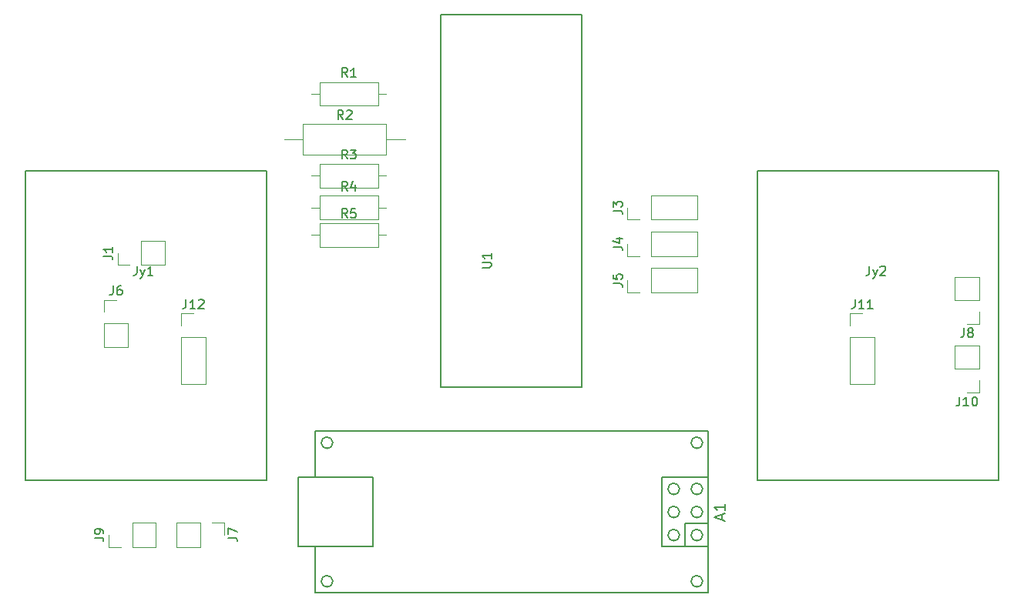
<source format=gbr>
G04 #@! TF.GenerationSoftware,KiCad,Pcbnew,(5.1.5)-3*
G04 #@! TF.CreationDate,2020-04-14T01:24:30+03:00*
G04 #@! TF.ProjectId,Transmitter,5472616e-736d-4697-9474-65722e6b6963,rev?*
G04 #@! TF.SameCoordinates,Original*
G04 #@! TF.FileFunction,Legend,Top*
G04 #@! TF.FilePolarity,Positive*
%FSLAX46Y46*%
G04 Gerber Fmt 4.6, Leading zero omitted, Abs format (unit mm)*
G04 Created by KiCad (PCBNEW (5.1.5)-3) date 2020-04-14 01:24:30*
%MOMM*%
%LPD*%
G04 APERTURE LIST*
%ADD10C,0.120000*%
%ADD11C,0.150000*%
G04 APERTURE END LIST*
D10*
X123370000Y-83690000D02*
X123370000Y-86310000D01*
X123370000Y-86310000D02*
X129790000Y-86310000D01*
X129790000Y-86310000D02*
X129790000Y-83690000D01*
X129790000Y-83690000D02*
X123370000Y-83690000D01*
X122480000Y-85000000D02*
X123370000Y-85000000D01*
X130680000Y-85000000D02*
X129790000Y-85000000D01*
X123370000Y-80690000D02*
X123370000Y-83310000D01*
X123370000Y-83310000D02*
X129790000Y-83310000D01*
X129790000Y-83310000D02*
X129790000Y-80690000D01*
X129790000Y-80690000D02*
X123370000Y-80690000D01*
X122480000Y-82000000D02*
X123370000Y-82000000D01*
X130680000Y-82000000D02*
X129790000Y-82000000D01*
X123370000Y-77190000D02*
X123370000Y-79810000D01*
X123370000Y-79810000D02*
X129790000Y-79810000D01*
X129790000Y-79810000D02*
X129790000Y-77190000D01*
X129790000Y-77190000D02*
X123370000Y-77190000D01*
X122480000Y-78500000D02*
X123370000Y-78500000D01*
X130680000Y-78500000D02*
X129790000Y-78500000D01*
D11*
X136700000Y-101800000D02*
X152200000Y-101800000D01*
X136700000Y-60800000D02*
X136700000Y-101800000D01*
X152200000Y-60800000D02*
X136700000Y-60800000D01*
X152200000Y-101800000D02*
X152200000Y-60800000D01*
D10*
X121560000Y-72840000D02*
X121560000Y-76160000D01*
X121560000Y-76160000D02*
X130680000Y-76160000D01*
X130680000Y-76160000D02*
X130680000Y-72840000D01*
X130680000Y-72840000D02*
X121560000Y-72840000D01*
X119480000Y-74500000D02*
X121560000Y-74500000D01*
X132760000Y-74500000D02*
X130680000Y-74500000D01*
X123370000Y-68190000D02*
X123370000Y-70810000D01*
X123370000Y-70810000D02*
X129790000Y-70810000D01*
X129790000Y-70810000D02*
X129790000Y-68190000D01*
X129790000Y-68190000D02*
X123370000Y-68190000D01*
X122480000Y-69500000D02*
X123370000Y-69500000D01*
X130680000Y-69500000D02*
X129790000Y-69500000D01*
D11*
X171500000Y-78000000D02*
X171500000Y-112000000D01*
X198000000Y-78000000D02*
X171500000Y-78000000D01*
X198000000Y-112000000D02*
X198000000Y-78000000D01*
X171500000Y-112000000D02*
X198000000Y-112000000D01*
X91000000Y-78000000D02*
X91000000Y-112000000D01*
X117500000Y-78000000D02*
X91000000Y-78000000D01*
X117500000Y-112000000D02*
X117500000Y-78000000D01*
X91000000Y-112000000D02*
X117500000Y-112000000D01*
D10*
X108170000Y-96270000D02*
X108170000Y-101410000D01*
X108170000Y-101410000D02*
X110830000Y-101410000D01*
X110830000Y-101410000D02*
X110830000Y-96270000D01*
X110830000Y-96270000D02*
X108170000Y-96270000D01*
X108170000Y-95000000D02*
X108170000Y-93670000D01*
X108170000Y-93670000D02*
X109500000Y-93670000D01*
X181670000Y-96270000D02*
X181670000Y-101410000D01*
X181670000Y-101410000D02*
X184330000Y-101410000D01*
X184330000Y-101410000D02*
X184330000Y-96270000D01*
X184330000Y-96270000D02*
X181670000Y-96270000D01*
X181670000Y-95000000D02*
X181670000Y-93670000D01*
X181670000Y-93670000D02*
X183000000Y-93670000D01*
X195830000Y-99770000D02*
X195830000Y-97170000D01*
X195830000Y-97170000D02*
X193170000Y-97170000D01*
X193170000Y-97170000D02*
X193170000Y-99770000D01*
X193170000Y-99770000D02*
X195830000Y-99770000D01*
X195830000Y-101040000D02*
X195830000Y-102370000D01*
X195830000Y-102370000D02*
X194500000Y-102370000D01*
X102770000Y-119330000D02*
X105370000Y-119330000D01*
X105370000Y-119330000D02*
X105370000Y-116670000D01*
X105370000Y-116670000D02*
X102770000Y-116670000D01*
X102770000Y-116670000D02*
X102770000Y-119330000D01*
X101500000Y-119330000D02*
X100170000Y-119330000D01*
X100170000Y-119330000D02*
X100170000Y-118000000D01*
X195830000Y-92230000D02*
X195830000Y-89630000D01*
X195830000Y-89630000D02*
X193170000Y-89630000D01*
X193170000Y-89630000D02*
X193170000Y-92230000D01*
X193170000Y-92230000D02*
X195830000Y-92230000D01*
X195830000Y-93500000D02*
X195830000Y-94830000D01*
X195830000Y-94830000D02*
X194500000Y-94830000D01*
X110270000Y-116670000D02*
X107670000Y-116670000D01*
X107670000Y-116670000D02*
X107670000Y-119330000D01*
X107670000Y-119330000D02*
X110270000Y-119330000D01*
X110270000Y-119330000D02*
X110270000Y-116670000D01*
X111540000Y-116670000D02*
X112870000Y-116670000D01*
X112870000Y-116670000D02*
X112870000Y-118000000D01*
X99670000Y-94770000D02*
X99670000Y-97370000D01*
X99670000Y-97370000D02*
X102330000Y-97370000D01*
X102330000Y-97370000D02*
X102330000Y-94770000D01*
X102330000Y-94770000D02*
X99670000Y-94770000D01*
X99670000Y-93500000D02*
X99670000Y-92170000D01*
X99670000Y-92170000D02*
X101000000Y-92170000D01*
X159770000Y-91330000D02*
X164910000Y-91330000D01*
X164910000Y-91330000D02*
X164910000Y-88670000D01*
X164910000Y-88670000D02*
X159770000Y-88670000D01*
X159770000Y-88670000D02*
X159770000Y-91330000D01*
X158500000Y-91330000D02*
X157170000Y-91330000D01*
X157170000Y-91330000D02*
X157170000Y-90000000D01*
X159770000Y-87330000D02*
X164910000Y-87330000D01*
X164910000Y-87330000D02*
X164910000Y-84670000D01*
X164910000Y-84670000D02*
X159770000Y-84670000D01*
X159770000Y-84670000D02*
X159770000Y-87330000D01*
X158500000Y-87330000D02*
X157170000Y-87330000D01*
X157170000Y-87330000D02*
X157170000Y-86000000D01*
X159770000Y-83330000D02*
X164910000Y-83330000D01*
X164910000Y-83330000D02*
X164910000Y-80670000D01*
X164910000Y-80670000D02*
X159770000Y-80670000D01*
X159770000Y-80670000D02*
X159770000Y-83330000D01*
X158500000Y-83330000D02*
X157170000Y-83330000D01*
X157170000Y-83330000D02*
X157170000Y-82000000D01*
X103770000Y-88330000D02*
X106370000Y-88330000D01*
X106370000Y-88330000D02*
X106370000Y-85670000D01*
X106370000Y-85670000D02*
X103770000Y-85670000D01*
X103770000Y-85670000D02*
X103770000Y-88330000D01*
X102500000Y-88330000D02*
X101170000Y-88330000D01*
X101170000Y-88330000D02*
X101170000Y-87000000D01*
D11*
X122910000Y-124390000D02*
X166090000Y-124390000D01*
X166090000Y-106610000D02*
X122910000Y-106610000D01*
X166090000Y-124390000D02*
X166090000Y-106610000D01*
X161010000Y-111690000D02*
X161010000Y-119310000D01*
X166090000Y-111690000D02*
X161010000Y-111690000D01*
X161010000Y-119310000D02*
X166090000Y-119310000D01*
X163550000Y-116770000D02*
X166090000Y-116770000D01*
X163550000Y-119310000D02*
X163550000Y-116770000D01*
X165455000Y-123120000D02*
G75*
G03X165455000Y-123120000I-635000J0D01*
G01*
X165455000Y-107880000D02*
G75*
G03X165455000Y-107880000I-635000J0D01*
G01*
X124815000Y-123120000D02*
G75*
G03X124815000Y-123120000I-635000J0D01*
G01*
X124815000Y-107880000D02*
G75*
G03X124815000Y-107880000I-635000J0D01*
G01*
X165455000Y-118040000D02*
G75*
G03X165455000Y-118040000I-635000J0D01*
G01*
X162915000Y-118040000D02*
G75*
G03X162915000Y-118040000I-635000J0D01*
G01*
X162915000Y-115500000D02*
G75*
G03X162915000Y-115500000I-635000J0D01*
G01*
X162915000Y-112960000D02*
G75*
G03X162915000Y-112960000I-635000J0D01*
G01*
X165455000Y-112960000D02*
G75*
G03X165455000Y-112960000I-635000J0D01*
G01*
X165455000Y-115500000D02*
G75*
G03X165455000Y-115500000I-635000J0D01*
G01*
X129260000Y-119310000D02*
X121005000Y-119310000D01*
X129260000Y-111690000D02*
X129260000Y-119310000D01*
X121005000Y-111690000D02*
X129260000Y-111690000D01*
X121005000Y-119310000D02*
X121005000Y-111690000D01*
X122910000Y-124390000D02*
X122910000Y-119310000D01*
X122910000Y-111690000D02*
X122910000Y-106610000D01*
X126413333Y-83142380D02*
X126080000Y-82666190D01*
X125841904Y-83142380D02*
X125841904Y-82142380D01*
X126222857Y-82142380D01*
X126318095Y-82190000D01*
X126365714Y-82237619D01*
X126413333Y-82332857D01*
X126413333Y-82475714D01*
X126365714Y-82570952D01*
X126318095Y-82618571D01*
X126222857Y-82666190D01*
X125841904Y-82666190D01*
X127318095Y-82142380D02*
X126841904Y-82142380D01*
X126794285Y-82618571D01*
X126841904Y-82570952D01*
X126937142Y-82523333D01*
X127175238Y-82523333D01*
X127270476Y-82570952D01*
X127318095Y-82618571D01*
X127365714Y-82713809D01*
X127365714Y-82951904D01*
X127318095Y-83047142D01*
X127270476Y-83094761D01*
X127175238Y-83142380D01*
X126937142Y-83142380D01*
X126841904Y-83094761D01*
X126794285Y-83047142D01*
X126413333Y-80142380D02*
X126080000Y-79666190D01*
X125841904Y-80142380D02*
X125841904Y-79142380D01*
X126222857Y-79142380D01*
X126318095Y-79190000D01*
X126365714Y-79237619D01*
X126413333Y-79332857D01*
X126413333Y-79475714D01*
X126365714Y-79570952D01*
X126318095Y-79618571D01*
X126222857Y-79666190D01*
X125841904Y-79666190D01*
X127270476Y-79475714D02*
X127270476Y-80142380D01*
X127032380Y-79094761D02*
X126794285Y-79809047D01*
X127413333Y-79809047D01*
X126413333Y-76642380D02*
X126080000Y-76166190D01*
X125841904Y-76642380D02*
X125841904Y-75642380D01*
X126222857Y-75642380D01*
X126318095Y-75690000D01*
X126365714Y-75737619D01*
X126413333Y-75832857D01*
X126413333Y-75975714D01*
X126365714Y-76070952D01*
X126318095Y-76118571D01*
X126222857Y-76166190D01*
X125841904Y-76166190D01*
X126746666Y-75642380D02*
X127365714Y-75642380D01*
X127032380Y-76023333D01*
X127175238Y-76023333D01*
X127270476Y-76070952D01*
X127318095Y-76118571D01*
X127365714Y-76213809D01*
X127365714Y-76451904D01*
X127318095Y-76547142D01*
X127270476Y-76594761D01*
X127175238Y-76642380D01*
X126889523Y-76642380D01*
X126794285Y-76594761D01*
X126746666Y-76547142D01*
X141222380Y-88601904D02*
X142031904Y-88601904D01*
X142127142Y-88554285D01*
X142174761Y-88506666D01*
X142222380Y-88411428D01*
X142222380Y-88220952D01*
X142174761Y-88125714D01*
X142127142Y-88078095D01*
X142031904Y-88030476D01*
X141222380Y-88030476D01*
X142222380Y-87030476D02*
X142222380Y-87601904D01*
X142222380Y-87316190D02*
X141222380Y-87316190D01*
X141365238Y-87411428D01*
X141460476Y-87506666D01*
X141508095Y-87601904D01*
X125953333Y-72292380D02*
X125620000Y-71816190D01*
X125381904Y-72292380D02*
X125381904Y-71292380D01*
X125762857Y-71292380D01*
X125858095Y-71340000D01*
X125905714Y-71387619D01*
X125953333Y-71482857D01*
X125953333Y-71625714D01*
X125905714Y-71720952D01*
X125858095Y-71768571D01*
X125762857Y-71816190D01*
X125381904Y-71816190D01*
X126334285Y-71387619D02*
X126381904Y-71340000D01*
X126477142Y-71292380D01*
X126715238Y-71292380D01*
X126810476Y-71340000D01*
X126858095Y-71387619D01*
X126905714Y-71482857D01*
X126905714Y-71578095D01*
X126858095Y-71720952D01*
X126286666Y-72292380D01*
X126905714Y-72292380D01*
X126413333Y-67642380D02*
X126080000Y-67166190D01*
X125841904Y-67642380D02*
X125841904Y-66642380D01*
X126222857Y-66642380D01*
X126318095Y-66690000D01*
X126365714Y-66737619D01*
X126413333Y-66832857D01*
X126413333Y-66975714D01*
X126365714Y-67070952D01*
X126318095Y-67118571D01*
X126222857Y-67166190D01*
X125841904Y-67166190D01*
X127365714Y-67642380D02*
X126794285Y-67642380D01*
X127080000Y-67642380D02*
X127080000Y-66642380D01*
X126984761Y-66785238D01*
X126889523Y-66880476D01*
X126794285Y-66928095D01*
X183785714Y-88452380D02*
X183785714Y-89166666D01*
X183738095Y-89309523D01*
X183642857Y-89404761D01*
X183500000Y-89452380D01*
X183404761Y-89452380D01*
X184166666Y-88785714D02*
X184404761Y-89452380D01*
X184642857Y-88785714D02*
X184404761Y-89452380D01*
X184309523Y-89690476D01*
X184261904Y-89738095D01*
X184166666Y-89785714D01*
X184976190Y-88547619D02*
X185023809Y-88500000D01*
X185119047Y-88452380D01*
X185357142Y-88452380D01*
X185452380Y-88500000D01*
X185500000Y-88547619D01*
X185547619Y-88642857D01*
X185547619Y-88738095D01*
X185500000Y-88880952D01*
X184928571Y-89452380D01*
X185547619Y-89452380D01*
X103285714Y-88452380D02*
X103285714Y-89166666D01*
X103238095Y-89309523D01*
X103142857Y-89404761D01*
X103000000Y-89452380D01*
X102904761Y-89452380D01*
X103666666Y-88785714D02*
X103904761Y-89452380D01*
X104142857Y-88785714D02*
X103904761Y-89452380D01*
X103809523Y-89690476D01*
X103761904Y-89738095D01*
X103666666Y-89785714D01*
X105047619Y-89452380D02*
X104476190Y-89452380D01*
X104761904Y-89452380D02*
X104761904Y-88452380D01*
X104666666Y-88595238D01*
X104571428Y-88690476D01*
X104476190Y-88738095D01*
X108690476Y-92122380D02*
X108690476Y-92836666D01*
X108642857Y-92979523D01*
X108547619Y-93074761D01*
X108404761Y-93122380D01*
X108309523Y-93122380D01*
X109690476Y-93122380D02*
X109119047Y-93122380D01*
X109404761Y-93122380D02*
X109404761Y-92122380D01*
X109309523Y-92265238D01*
X109214285Y-92360476D01*
X109119047Y-92408095D01*
X110071428Y-92217619D02*
X110119047Y-92170000D01*
X110214285Y-92122380D01*
X110452380Y-92122380D01*
X110547619Y-92170000D01*
X110595238Y-92217619D01*
X110642857Y-92312857D01*
X110642857Y-92408095D01*
X110595238Y-92550952D01*
X110023809Y-93122380D01*
X110642857Y-93122380D01*
X182190476Y-92122380D02*
X182190476Y-92836666D01*
X182142857Y-92979523D01*
X182047619Y-93074761D01*
X181904761Y-93122380D01*
X181809523Y-93122380D01*
X183190476Y-93122380D02*
X182619047Y-93122380D01*
X182904761Y-93122380D02*
X182904761Y-92122380D01*
X182809523Y-92265238D01*
X182714285Y-92360476D01*
X182619047Y-92408095D01*
X184142857Y-93122380D02*
X183571428Y-93122380D01*
X183857142Y-93122380D02*
X183857142Y-92122380D01*
X183761904Y-92265238D01*
X183666666Y-92360476D01*
X183571428Y-92408095D01*
X193690476Y-102822380D02*
X193690476Y-103536666D01*
X193642857Y-103679523D01*
X193547619Y-103774761D01*
X193404761Y-103822380D01*
X193309523Y-103822380D01*
X194690476Y-103822380D02*
X194119047Y-103822380D01*
X194404761Y-103822380D02*
X194404761Y-102822380D01*
X194309523Y-102965238D01*
X194214285Y-103060476D01*
X194119047Y-103108095D01*
X195309523Y-102822380D02*
X195404761Y-102822380D01*
X195500000Y-102870000D01*
X195547619Y-102917619D01*
X195595238Y-103012857D01*
X195642857Y-103203333D01*
X195642857Y-103441428D01*
X195595238Y-103631904D01*
X195547619Y-103727142D01*
X195500000Y-103774761D01*
X195404761Y-103822380D01*
X195309523Y-103822380D01*
X195214285Y-103774761D01*
X195166666Y-103727142D01*
X195119047Y-103631904D01*
X195071428Y-103441428D01*
X195071428Y-103203333D01*
X195119047Y-103012857D01*
X195166666Y-102917619D01*
X195214285Y-102870000D01*
X195309523Y-102822380D01*
X98622380Y-118333333D02*
X99336666Y-118333333D01*
X99479523Y-118380952D01*
X99574761Y-118476190D01*
X99622380Y-118619047D01*
X99622380Y-118714285D01*
X99622380Y-117809523D02*
X99622380Y-117619047D01*
X99574761Y-117523809D01*
X99527142Y-117476190D01*
X99384285Y-117380952D01*
X99193809Y-117333333D01*
X98812857Y-117333333D01*
X98717619Y-117380952D01*
X98670000Y-117428571D01*
X98622380Y-117523809D01*
X98622380Y-117714285D01*
X98670000Y-117809523D01*
X98717619Y-117857142D01*
X98812857Y-117904761D01*
X99050952Y-117904761D01*
X99146190Y-117857142D01*
X99193809Y-117809523D01*
X99241428Y-117714285D01*
X99241428Y-117523809D01*
X99193809Y-117428571D01*
X99146190Y-117380952D01*
X99050952Y-117333333D01*
X194166666Y-95282380D02*
X194166666Y-95996666D01*
X194119047Y-96139523D01*
X194023809Y-96234761D01*
X193880952Y-96282380D01*
X193785714Y-96282380D01*
X194785714Y-95710952D02*
X194690476Y-95663333D01*
X194642857Y-95615714D01*
X194595238Y-95520476D01*
X194595238Y-95472857D01*
X194642857Y-95377619D01*
X194690476Y-95330000D01*
X194785714Y-95282380D01*
X194976190Y-95282380D01*
X195071428Y-95330000D01*
X195119047Y-95377619D01*
X195166666Y-95472857D01*
X195166666Y-95520476D01*
X195119047Y-95615714D01*
X195071428Y-95663333D01*
X194976190Y-95710952D01*
X194785714Y-95710952D01*
X194690476Y-95758571D01*
X194642857Y-95806190D01*
X194595238Y-95901428D01*
X194595238Y-96091904D01*
X194642857Y-96187142D01*
X194690476Y-96234761D01*
X194785714Y-96282380D01*
X194976190Y-96282380D01*
X195071428Y-96234761D01*
X195119047Y-96187142D01*
X195166666Y-96091904D01*
X195166666Y-95901428D01*
X195119047Y-95806190D01*
X195071428Y-95758571D01*
X194976190Y-95710952D01*
X113322380Y-118333333D02*
X114036666Y-118333333D01*
X114179523Y-118380952D01*
X114274761Y-118476190D01*
X114322380Y-118619047D01*
X114322380Y-118714285D01*
X113322380Y-117952380D02*
X113322380Y-117285714D01*
X114322380Y-117714285D01*
X100666666Y-90622380D02*
X100666666Y-91336666D01*
X100619047Y-91479523D01*
X100523809Y-91574761D01*
X100380952Y-91622380D01*
X100285714Y-91622380D01*
X101571428Y-90622380D02*
X101380952Y-90622380D01*
X101285714Y-90670000D01*
X101238095Y-90717619D01*
X101142857Y-90860476D01*
X101095238Y-91050952D01*
X101095238Y-91431904D01*
X101142857Y-91527142D01*
X101190476Y-91574761D01*
X101285714Y-91622380D01*
X101476190Y-91622380D01*
X101571428Y-91574761D01*
X101619047Y-91527142D01*
X101666666Y-91431904D01*
X101666666Y-91193809D01*
X101619047Y-91098571D01*
X101571428Y-91050952D01*
X101476190Y-91003333D01*
X101285714Y-91003333D01*
X101190476Y-91050952D01*
X101142857Y-91098571D01*
X101095238Y-91193809D01*
X155622380Y-90333333D02*
X156336666Y-90333333D01*
X156479523Y-90380952D01*
X156574761Y-90476190D01*
X156622380Y-90619047D01*
X156622380Y-90714285D01*
X155622380Y-89380952D02*
X155622380Y-89857142D01*
X156098571Y-89904761D01*
X156050952Y-89857142D01*
X156003333Y-89761904D01*
X156003333Y-89523809D01*
X156050952Y-89428571D01*
X156098571Y-89380952D01*
X156193809Y-89333333D01*
X156431904Y-89333333D01*
X156527142Y-89380952D01*
X156574761Y-89428571D01*
X156622380Y-89523809D01*
X156622380Y-89761904D01*
X156574761Y-89857142D01*
X156527142Y-89904761D01*
X155622380Y-86333333D02*
X156336666Y-86333333D01*
X156479523Y-86380952D01*
X156574761Y-86476190D01*
X156622380Y-86619047D01*
X156622380Y-86714285D01*
X155955714Y-85428571D02*
X156622380Y-85428571D01*
X155574761Y-85666666D02*
X156289047Y-85904761D01*
X156289047Y-85285714D01*
X155622380Y-82333333D02*
X156336666Y-82333333D01*
X156479523Y-82380952D01*
X156574761Y-82476190D01*
X156622380Y-82619047D01*
X156622380Y-82714285D01*
X155622380Y-81952380D02*
X155622380Y-81333333D01*
X156003333Y-81666666D01*
X156003333Y-81523809D01*
X156050952Y-81428571D01*
X156098571Y-81380952D01*
X156193809Y-81333333D01*
X156431904Y-81333333D01*
X156527142Y-81380952D01*
X156574761Y-81428571D01*
X156622380Y-81523809D01*
X156622380Y-81809523D01*
X156574761Y-81904761D01*
X156527142Y-81952380D01*
X99622380Y-87333333D02*
X100336666Y-87333333D01*
X100479523Y-87380952D01*
X100574761Y-87476190D01*
X100622380Y-87619047D01*
X100622380Y-87714285D01*
X100622380Y-86333333D02*
X100622380Y-86904761D01*
X100622380Y-86619047D02*
X99622380Y-86619047D01*
X99765238Y-86714285D01*
X99860476Y-86809523D01*
X99908095Y-86904761D01*
X167560000Y-116357142D02*
X167560000Y-115785714D01*
X167902857Y-116471428D02*
X166702857Y-116071428D01*
X167902857Y-115671428D01*
X167902857Y-114642857D02*
X167902857Y-115328571D01*
X167902857Y-114985714D02*
X166702857Y-114985714D01*
X166874285Y-115100000D01*
X166988571Y-115214285D01*
X167045714Y-115328571D01*
M02*

</source>
